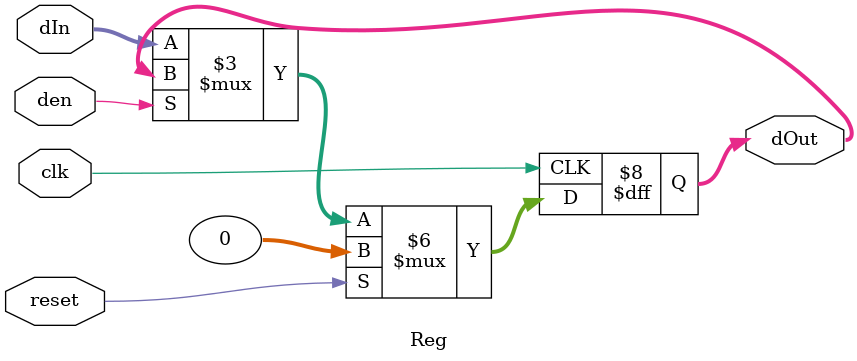
<source format=v>
module Reg #(parameter width = 32)
(
    input clk,
    input reset,
    input den,
    input [width - 1: 0] dIn,
    output reg [width - 1: 0] dOut
    );
	 
	 always @(posedge clk) begin
	     if(reset)
		     dOut <= 0;
		  else
		     if(!den)
			    dOut <= dIn;
	 end
endmodule

</source>
